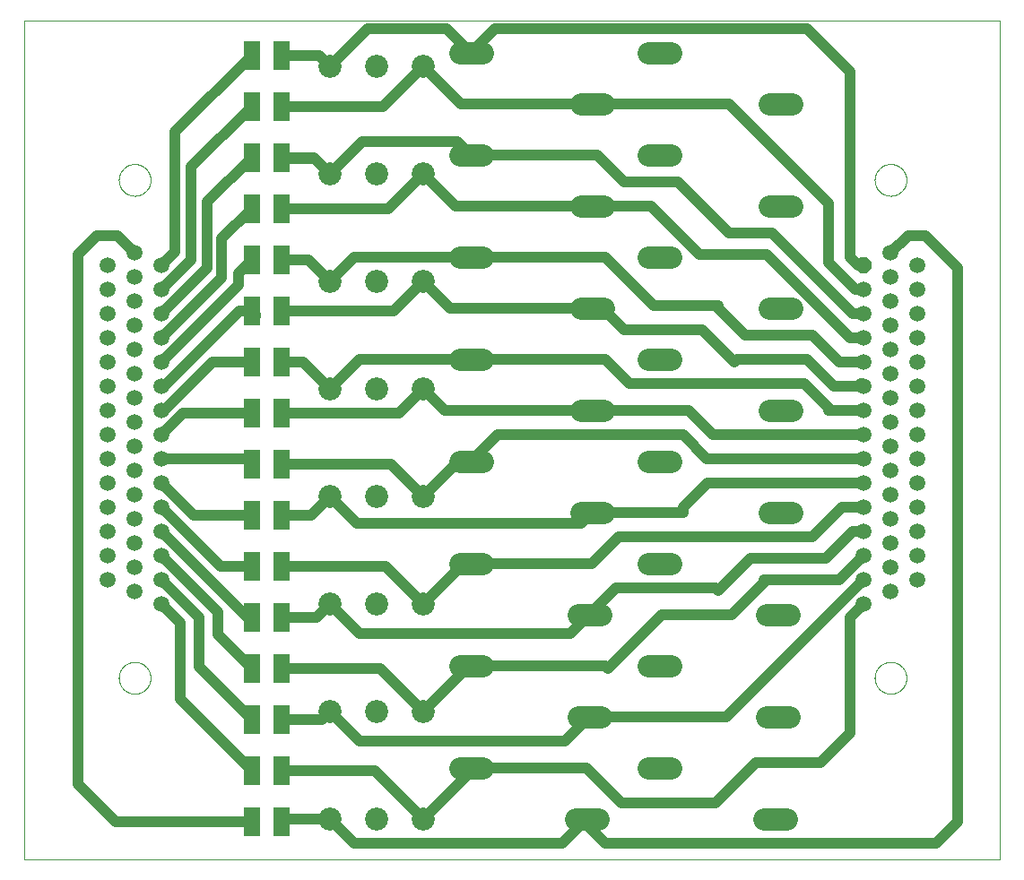
<source format=gbr>
G04 EAGLE Gerber RS-274X export*
G75*
%MOMM*%
%FSLAX34Y34*%
%LPD*%
%INTop Copper*%
%IPPOS*%
%AMOC8*
5,1,8,0,0,1.08239X$1,22.5*%
G01*
%ADD10C,0.000000*%
%ADD11C,2.095500*%
%ADD12C,2.184400*%
%ADD13C,1.509600*%
%ADD14P,1.633976X8X112.500000*%
%ADD15R,1.600000X2.700000*%
%ADD16C,1.016000*%


D10*
X10160Y0D02*
X931420Y0D01*
X931420Y792380D01*
X10160Y792380D01*
X10160Y0D01*
D11*
X599123Y762000D02*
X620078Y762000D01*
X442278Y762000D02*
X421323Y762000D01*
X713423Y327660D02*
X734378Y327660D01*
X556578Y327660D02*
X535623Y327660D01*
X599123Y279400D02*
X620078Y279400D01*
X442278Y279400D02*
X421323Y279400D01*
X710883Y231140D02*
X731838Y231140D01*
X554038Y231140D02*
X533083Y231140D01*
X599123Y182880D02*
X620078Y182880D01*
X442278Y182880D02*
X421323Y182880D01*
X710883Y134620D02*
X731838Y134620D01*
X554038Y134620D02*
X533083Y134620D01*
X599123Y86360D02*
X620078Y86360D01*
X442278Y86360D02*
X421323Y86360D01*
X708343Y38100D02*
X729298Y38100D01*
X551498Y38100D02*
X530543Y38100D01*
X713423Y713740D02*
X734378Y713740D01*
X556578Y713740D02*
X535623Y713740D01*
X599123Y665480D02*
X620078Y665480D01*
X442278Y665480D02*
X421323Y665480D01*
X713423Y617220D02*
X734378Y617220D01*
X556578Y617220D02*
X535623Y617220D01*
X599123Y568960D02*
X620078Y568960D01*
X442278Y568960D02*
X421323Y568960D01*
X713423Y520700D02*
X734378Y520700D01*
X556578Y520700D02*
X535623Y520700D01*
X599123Y472440D02*
X620078Y472440D01*
X442278Y472440D02*
X421323Y472440D01*
X713423Y424180D02*
X734378Y424180D01*
X556578Y424180D02*
X535623Y424180D01*
X599123Y375920D02*
X620078Y375920D01*
X442278Y375920D02*
X421323Y375920D01*
D12*
X298900Y749300D03*
X342900Y749300D03*
X386900Y749300D03*
X298900Y647700D03*
X342900Y647700D03*
X386900Y647700D03*
X298900Y546100D03*
X342900Y546100D03*
X386900Y546100D03*
X298900Y444500D03*
X342900Y444500D03*
X386900Y444500D03*
X386900Y342900D03*
X342900Y342900D03*
X298900Y342900D03*
X386900Y241300D03*
X342900Y241300D03*
X298900Y241300D03*
X386900Y139700D03*
X342900Y139700D03*
X298900Y139700D03*
X386900Y38100D03*
X342900Y38100D03*
X298900Y38100D03*
D13*
X114300Y572800D03*
X139700Y469930D03*
X139700Y492790D03*
X139700Y515650D03*
X139700Y538510D03*
X139700Y561370D03*
X88900Y561370D03*
X139700Y447070D03*
X139700Y424210D03*
X139700Y401350D03*
X139700Y378490D03*
X139700Y355630D03*
X139700Y332770D03*
X139700Y309910D03*
X139700Y287050D03*
X139700Y264190D03*
X139700Y241330D03*
X114300Y549940D03*
X114300Y527080D03*
X114300Y504220D03*
X114300Y481360D03*
X114300Y458500D03*
X114300Y435640D03*
X114300Y412780D03*
X114300Y389920D03*
X114300Y367060D03*
X114300Y344200D03*
X114300Y321340D03*
X114300Y298480D03*
X114300Y275620D03*
X114300Y252760D03*
X88900Y538510D03*
X88900Y515650D03*
X88900Y492790D03*
X88900Y469930D03*
X88900Y447070D03*
X88900Y424210D03*
X88900Y401350D03*
X88900Y378490D03*
X88900Y355630D03*
X88900Y332770D03*
X88900Y309910D03*
X88900Y287050D03*
X88900Y264190D03*
D10*
X99300Y641600D02*
X99305Y641968D01*
X99318Y642336D01*
X99341Y642703D01*
X99372Y643070D01*
X99413Y643436D01*
X99462Y643801D01*
X99521Y644164D01*
X99588Y644526D01*
X99664Y644887D01*
X99750Y645245D01*
X99843Y645601D01*
X99946Y645954D01*
X100057Y646305D01*
X100177Y646653D01*
X100305Y646998D01*
X100442Y647340D01*
X100587Y647679D01*
X100740Y648013D01*
X100902Y648344D01*
X101071Y648671D01*
X101249Y648993D01*
X101434Y649312D01*
X101627Y649625D01*
X101828Y649934D01*
X102036Y650237D01*
X102252Y650535D01*
X102475Y650828D01*
X102705Y651116D01*
X102942Y651398D01*
X103186Y651673D01*
X103436Y651943D01*
X103693Y652207D01*
X103957Y652464D01*
X104227Y652714D01*
X104502Y652958D01*
X104784Y653195D01*
X105072Y653425D01*
X105365Y653648D01*
X105663Y653864D01*
X105966Y654072D01*
X106275Y654273D01*
X106588Y654466D01*
X106907Y654651D01*
X107229Y654829D01*
X107556Y654998D01*
X107887Y655160D01*
X108221Y655313D01*
X108560Y655458D01*
X108902Y655595D01*
X109247Y655723D01*
X109595Y655843D01*
X109946Y655954D01*
X110299Y656057D01*
X110655Y656150D01*
X111013Y656236D01*
X111374Y656312D01*
X111736Y656379D01*
X112099Y656438D01*
X112464Y656487D01*
X112830Y656528D01*
X113197Y656559D01*
X113564Y656582D01*
X113932Y656595D01*
X114300Y656600D01*
X114668Y656595D01*
X115036Y656582D01*
X115403Y656559D01*
X115770Y656528D01*
X116136Y656487D01*
X116501Y656438D01*
X116864Y656379D01*
X117226Y656312D01*
X117587Y656236D01*
X117945Y656150D01*
X118301Y656057D01*
X118654Y655954D01*
X119005Y655843D01*
X119353Y655723D01*
X119698Y655595D01*
X120040Y655458D01*
X120379Y655313D01*
X120713Y655160D01*
X121044Y654998D01*
X121371Y654829D01*
X121693Y654651D01*
X122012Y654466D01*
X122325Y654273D01*
X122634Y654072D01*
X122937Y653864D01*
X123235Y653648D01*
X123528Y653425D01*
X123816Y653195D01*
X124098Y652958D01*
X124373Y652714D01*
X124643Y652464D01*
X124907Y652207D01*
X125164Y651943D01*
X125414Y651673D01*
X125658Y651398D01*
X125895Y651116D01*
X126125Y650828D01*
X126348Y650535D01*
X126564Y650237D01*
X126772Y649934D01*
X126973Y649625D01*
X127166Y649312D01*
X127351Y648993D01*
X127529Y648671D01*
X127698Y648344D01*
X127860Y648013D01*
X128013Y647679D01*
X128158Y647340D01*
X128295Y646998D01*
X128423Y646653D01*
X128543Y646305D01*
X128654Y645954D01*
X128757Y645601D01*
X128850Y645245D01*
X128936Y644887D01*
X129012Y644526D01*
X129079Y644164D01*
X129138Y643801D01*
X129187Y643436D01*
X129228Y643070D01*
X129259Y642703D01*
X129282Y642336D01*
X129295Y641968D01*
X129300Y641600D01*
X129295Y641232D01*
X129282Y640864D01*
X129259Y640497D01*
X129228Y640130D01*
X129187Y639764D01*
X129138Y639399D01*
X129079Y639036D01*
X129012Y638674D01*
X128936Y638313D01*
X128850Y637955D01*
X128757Y637599D01*
X128654Y637246D01*
X128543Y636895D01*
X128423Y636547D01*
X128295Y636202D01*
X128158Y635860D01*
X128013Y635521D01*
X127860Y635187D01*
X127698Y634856D01*
X127529Y634529D01*
X127351Y634207D01*
X127166Y633888D01*
X126973Y633575D01*
X126772Y633266D01*
X126564Y632963D01*
X126348Y632665D01*
X126125Y632372D01*
X125895Y632084D01*
X125658Y631802D01*
X125414Y631527D01*
X125164Y631257D01*
X124907Y630993D01*
X124643Y630736D01*
X124373Y630486D01*
X124098Y630242D01*
X123816Y630005D01*
X123528Y629775D01*
X123235Y629552D01*
X122937Y629336D01*
X122634Y629128D01*
X122325Y628927D01*
X122012Y628734D01*
X121693Y628549D01*
X121371Y628371D01*
X121044Y628202D01*
X120713Y628040D01*
X120379Y627887D01*
X120040Y627742D01*
X119698Y627605D01*
X119353Y627477D01*
X119005Y627357D01*
X118654Y627246D01*
X118301Y627143D01*
X117945Y627050D01*
X117587Y626964D01*
X117226Y626888D01*
X116864Y626821D01*
X116501Y626762D01*
X116136Y626713D01*
X115770Y626672D01*
X115403Y626641D01*
X115036Y626618D01*
X114668Y626605D01*
X114300Y626600D01*
X113932Y626605D01*
X113564Y626618D01*
X113197Y626641D01*
X112830Y626672D01*
X112464Y626713D01*
X112099Y626762D01*
X111736Y626821D01*
X111374Y626888D01*
X111013Y626964D01*
X110655Y627050D01*
X110299Y627143D01*
X109946Y627246D01*
X109595Y627357D01*
X109247Y627477D01*
X108902Y627605D01*
X108560Y627742D01*
X108221Y627887D01*
X107887Y628040D01*
X107556Y628202D01*
X107229Y628371D01*
X106907Y628549D01*
X106588Y628734D01*
X106275Y628927D01*
X105966Y629128D01*
X105663Y629336D01*
X105365Y629552D01*
X105072Y629775D01*
X104784Y630005D01*
X104502Y630242D01*
X104227Y630486D01*
X103957Y630736D01*
X103693Y630993D01*
X103436Y631257D01*
X103186Y631527D01*
X102942Y631802D01*
X102705Y632084D01*
X102475Y632372D01*
X102252Y632665D01*
X102036Y632963D01*
X101828Y633266D01*
X101627Y633575D01*
X101434Y633888D01*
X101249Y634207D01*
X101071Y634529D01*
X100902Y634856D01*
X100740Y635187D01*
X100587Y635521D01*
X100442Y635860D01*
X100305Y636202D01*
X100177Y636547D01*
X100057Y636895D01*
X99946Y637246D01*
X99843Y637599D01*
X99750Y637955D01*
X99664Y638313D01*
X99588Y638674D01*
X99521Y639036D01*
X99462Y639399D01*
X99413Y639764D01*
X99372Y640130D01*
X99341Y640497D01*
X99318Y640864D01*
X99305Y641232D01*
X99300Y641600D01*
X99300Y171200D02*
X99305Y171568D01*
X99318Y171936D01*
X99341Y172303D01*
X99372Y172670D01*
X99413Y173036D01*
X99462Y173401D01*
X99521Y173764D01*
X99588Y174126D01*
X99664Y174487D01*
X99750Y174845D01*
X99843Y175201D01*
X99946Y175554D01*
X100057Y175905D01*
X100177Y176253D01*
X100305Y176598D01*
X100442Y176940D01*
X100587Y177279D01*
X100740Y177613D01*
X100902Y177944D01*
X101071Y178271D01*
X101249Y178593D01*
X101434Y178912D01*
X101627Y179225D01*
X101828Y179534D01*
X102036Y179837D01*
X102252Y180135D01*
X102475Y180428D01*
X102705Y180716D01*
X102942Y180998D01*
X103186Y181273D01*
X103436Y181543D01*
X103693Y181807D01*
X103957Y182064D01*
X104227Y182314D01*
X104502Y182558D01*
X104784Y182795D01*
X105072Y183025D01*
X105365Y183248D01*
X105663Y183464D01*
X105966Y183672D01*
X106275Y183873D01*
X106588Y184066D01*
X106907Y184251D01*
X107229Y184429D01*
X107556Y184598D01*
X107887Y184760D01*
X108221Y184913D01*
X108560Y185058D01*
X108902Y185195D01*
X109247Y185323D01*
X109595Y185443D01*
X109946Y185554D01*
X110299Y185657D01*
X110655Y185750D01*
X111013Y185836D01*
X111374Y185912D01*
X111736Y185979D01*
X112099Y186038D01*
X112464Y186087D01*
X112830Y186128D01*
X113197Y186159D01*
X113564Y186182D01*
X113932Y186195D01*
X114300Y186200D01*
X114668Y186195D01*
X115036Y186182D01*
X115403Y186159D01*
X115770Y186128D01*
X116136Y186087D01*
X116501Y186038D01*
X116864Y185979D01*
X117226Y185912D01*
X117587Y185836D01*
X117945Y185750D01*
X118301Y185657D01*
X118654Y185554D01*
X119005Y185443D01*
X119353Y185323D01*
X119698Y185195D01*
X120040Y185058D01*
X120379Y184913D01*
X120713Y184760D01*
X121044Y184598D01*
X121371Y184429D01*
X121693Y184251D01*
X122012Y184066D01*
X122325Y183873D01*
X122634Y183672D01*
X122937Y183464D01*
X123235Y183248D01*
X123528Y183025D01*
X123816Y182795D01*
X124098Y182558D01*
X124373Y182314D01*
X124643Y182064D01*
X124907Y181807D01*
X125164Y181543D01*
X125414Y181273D01*
X125658Y180998D01*
X125895Y180716D01*
X126125Y180428D01*
X126348Y180135D01*
X126564Y179837D01*
X126772Y179534D01*
X126973Y179225D01*
X127166Y178912D01*
X127351Y178593D01*
X127529Y178271D01*
X127698Y177944D01*
X127860Y177613D01*
X128013Y177279D01*
X128158Y176940D01*
X128295Y176598D01*
X128423Y176253D01*
X128543Y175905D01*
X128654Y175554D01*
X128757Y175201D01*
X128850Y174845D01*
X128936Y174487D01*
X129012Y174126D01*
X129079Y173764D01*
X129138Y173401D01*
X129187Y173036D01*
X129228Y172670D01*
X129259Y172303D01*
X129282Y171936D01*
X129295Y171568D01*
X129300Y171200D01*
X129295Y170832D01*
X129282Y170464D01*
X129259Y170097D01*
X129228Y169730D01*
X129187Y169364D01*
X129138Y168999D01*
X129079Y168636D01*
X129012Y168274D01*
X128936Y167913D01*
X128850Y167555D01*
X128757Y167199D01*
X128654Y166846D01*
X128543Y166495D01*
X128423Y166147D01*
X128295Y165802D01*
X128158Y165460D01*
X128013Y165121D01*
X127860Y164787D01*
X127698Y164456D01*
X127529Y164129D01*
X127351Y163807D01*
X127166Y163488D01*
X126973Y163175D01*
X126772Y162866D01*
X126564Y162563D01*
X126348Y162265D01*
X126125Y161972D01*
X125895Y161684D01*
X125658Y161402D01*
X125414Y161127D01*
X125164Y160857D01*
X124907Y160593D01*
X124643Y160336D01*
X124373Y160086D01*
X124098Y159842D01*
X123816Y159605D01*
X123528Y159375D01*
X123235Y159152D01*
X122937Y158936D01*
X122634Y158728D01*
X122325Y158527D01*
X122012Y158334D01*
X121693Y158149D01*
X121371Y157971D01*
X121044Y157802D01*
X120713Y157640D01*
X120379Y157487D01*
X120040Y157342D01*
X119698Y157205D01*
X119353Y157077D01*
X119005Y156957D01*
X118654Y156846D01*
X118301Y156743D01*
X117945Y156650D01*
X117587Y156564D01*
X117226Y156488D01*
X116864Y156421D01*
X116501Y156362D01*
X116136Y156313D01*
X115770Y156272D01*
X115403Y156241D01*
X115036Y156218D01*
X114668Y156205D01*
X114300Y156200D01*
X113932Y156205D01*
X113564Y156218D01*
X113197Y156241D01*
X112830Y156272D01*
X112464Y156313D01*
X112099Y156362D01*
X111736Y156421D01*
X111374Y156488D01*
X111013Y156564D01*
X110655Y156650D01*
X110299Y156743D01*
X109946Y156846D01*
X109595Y156957D01*
X109247Y157077D01*
X108902Y157205D01*
X108560Y157342D01*
X108221Y157487D01*
X107887Y157640D01*
X107556Y157802D01*
X107229Y157971D01*
X106907Y158149D01*
X106588Y158334D01*
X106275Y158527D01*
X105966Y158728D01*
X105663Y158936D01*
X105365Y159152D01*
X105072Y159375D01*
X104784Y159605D01*
X104502Y159842D01*
X104227Y160086D01*
X103957Y160336D01*
X103693Y160593D01*
X103436Y160857D01*
X103186Y161127D01*
X102942Y161402D01*
X102705Y161684D01*
X102475Y161972D01*
X102252Y162265D01*
X102036Y162563D01*
X101828Y162866D01*
X101627Y163175D01*
X101434Y163488D01*
X101249Y163807D01*
X101071Y164129D01*
X100902Y164456D01*
X100740Y164787D01*
X100587Y165121D01*
X100442Y165460D01*
X100305Y165802D01*
X100177Y166147D01*
X100057Y166495D01*
X99946Y166846D01*
X99843Y167199D01*
X99750Y167555D01*
X99664Y167913D01*
X99588Y168274D01*
X99521Y168636D01*
X99462Y168999D01*
X99413Y169364D01*
X99372Y169730D01*
X99341Y170097D01*
X99318Y170464D01*
X99305Y170832D01*
X99300Y171200D01*
D13*
X828040Y572800D03*
X802640Y469930D03*
X802640Y492790D03*
X802640Y515650D03*
X802640Y538510D03*
D14*
X802640Y561370D03*
D13*
X853440Y561370D03*
X802640Y447070D03*
X802640Y424210D03*
X802640Y401350D03*
X802640Y378490D03*
X802640Y355630D03*
X802640Y332770D03*
X802640Y309910D03*
X802640Y287050D03*
X802640Y264190D03*
X802640Y241330D03*
X828040Y549940D03*
X828040Y527080D03*
X828040Y504220D03*
X828040Y481360D03*
X828040Y458500D03*
X828040Y435640D03*
X828040Y412780D03*
X828040Y389920D03*
X828040Y367060D03*
X828040Y344200D03*
X828040Y321340D03*
X828040Y298480D03*
X828040Y275620D03*
X828040Y252760D03*
X853440Y538510D03*
X853440Y515650D03*
X853440Y492790D03*
X853440Y469930D03*
X853440Y447070D03*
X853440Y424210D03*
X853440Y401350D03*
X853440Y378490D03*
X853440Y355630D03*
X853440Y332770D03*
X853440Y309910D03*
X853440Y287050D03*
X853440Y264190D03*
D10*
X813040Y171200D02*
X813045Y171568D01*
X813058Y171936D01*
X813081Y172303D01*
X813112Y172670D01*
X813153Y173036D01*
X813202Y173401D01*
X813261Y173764D01*
X813328Y174126D01*
X813404Y174487D01*
X813490Y174845D01*
X813583Y175201D01*
X813686Y175554D01*
X813797Y175905D01*
X813917Y176253D01*
X814045Y176598D01*
X814182Y176940D01*
X814327Y177279D01*
X814480Y177613D01*
X814642Y177944D01*
X814811Y178271D01*
X814989Y178593D01*
X815174Y178912D01*
X815367Y179225D01*
X815568Y179534D01*
X815776Y179837D01*
X815992Y180135D01*
X816215Y180428D01*
X816445Y180716D01*
X816682Y180998D01*
X816926Y181273D01*
X817176Y181543D01*
X817433Y181807D01*
X817697Y182064D01*
X817967Y182314D01*
X818242Y182558D01*
X818524Y182795D01*
X818812Y183025D01*
X819105Y183248D01*
X819403Y183464D01*
X819706Y183672D01*
X820015Y183873D01*
X820328Y184066D01*
X820647Y184251D01*
X820969Y184429D01*
X821296Y184598D01*
X821627Y184760D01*
X821961Y184913D01*
X822300Y185058D01*
X822642Y185195D01*
X822987Y185323D01*
X823335Y185443D01*
X823686Y185554D01*
X824039Y185657D01*
X824395Y185750D01*
X824753Y185836D01*
X825114Y185912D01*
X825476Y185979D01*
X825839Y186038D01*
X826204Y186087D01*
X826570Y186128D01*
X826937Y186159D01*
X827304Y186182D01*
X827672Y186195D01*
X828040Y186200D01*
X828408Y186195D01*
X828776Y186182D01*
X829143Y186159D01*
X829510Y186128D01*
X829876Y186087D01*
X830241Y186038D01*
X830604Y185979D01*
X830966Y185912D01*
X831327Y185836D01*
X831685Y185750D01*
X832041Y185657D01*
X832394Y185554D01*
X832745Y185443D01*
X833093Y185323D01*
X833438Y185195D01*
X833780Y185058D01*
X834119Y184913D01*
X834453Y184760D01*
X834784Y184598D01*
X835111Y184429D01*
X835433Y184251D01*
X835752Y184066D01*
X836065Y183873D01*
X836374Y183672D01*
X836677Y183464D01*
X836975Y183248D01*
X837268Y183025D01*
X837556Y182795D01*
X837838Y182558D01*
X838113Y182314D01*
X838383Y182064D01*
X838647Y181807D01*
X838904Y181543D01*
X839154Y181273D01*
X839398Y180998D01*
X839635Y180716D01*
X839865Y180428D01*
X840088Y180135D01*
X840304Y179837D01*
X840512Y179534D01*
X840713Y179225D01*
X840906Y178912D01*
X841091Y178593D01*
X841269Y178271D01*
X841438Y177944D01*
X841600Y177613D01*
X841753Y177279D01*
X841898Y176940D01*
X842035Y176598D01*
X842163Y176253D01*
X842283Y175905D01*
X842394Y175554D01*
X842497Y175201D01*
X842590Y174845D01*
X842676Y174487D01*
X842752Y174126D01*
X842819Y173764D01*
X842878Y173401D01*
X842927Y173036D01*
X842968Y172670D01*
X842999Y172303D01*
X843022Y171936D01*
X843035Y171568D01*
X843040Y171200D01*
X843035Y170832D01*
X843022Y170464D01*
X842999Y170097D01*
X842968Y169730D01*
X842927Y169364D01*
X842878Y168999D01*
X842819Y168636D01*
X842752Y168274D01*
X842676Y167913D01*
X842590Y167555D01*
X842497Y167199D01*
X842394Y166846D01*
X842283Y166495D01*
X842163Y166147D01*
X842035Y165802D01*
X841898Y165460D01*
X841753Y165121D01*
X841600Y164787D01*
X841438Y164456D01*
X841269Y164129D01*
X841091Y163807D01*
X840906Y163488D01*
X840713Y163175D01*
X840512Y162866D01*
X840304Y162563D01*
X840088Y162265D01*
X839865Y161972D01*
X839635Y161684D01*
X839398Y161402D01*
X839154Y161127D01*
X838904Y160857D01*
X838647Y160593D01*
X838383Y160336D01*
X838113Y160086D01*
X837838Y159842D01*
X837556Y159605D01*
X837268Y159375D01*
X836975Y159152D01*
X836677Y158936D01*
X836374Y158728D01*
X836065Y158527D01*
X835752Y158334D01*
X835433Y158149D01*
X835111Y157971D01*
X834784Y157802D01*
X834453Y157640D01*
X834119Y157487D01*
X833780Y157342D01*
X833438Y157205D01*
X833093Y157077D01*
X832745Y156957D01*
X832394Y156846D01*
X832041Y156743D01*
X831685Y156650D01*
X831327Y156564D01*
X830966Y156488D01*
X830604Y156421D01*
X830241Y156362D01*
X829876Y156313D01*
X829510Y156272D01*
X829143Y156241D01*
X828776Y156218D01*
X828408Y156205D01*
X828040Y156200D01*
X827672Y156205D01*
X827304Y156218D01*
X826937Y156241D01*
X826570Y156272D01*
X826204Y156313D01*
X825839Y156362D01*
X825476Y156421D01*
X825114Y156488D01*
X824753Y156564D01*
X824395Y156650D01*
X824039Y156743D01*
X823686Y156846D01*
X823335Y156957D01*
X822987Y157077D01*
X822642Y157205D01*
X822300Y157342D01*
X821961Y157487D01*
X821627Y157640D01*
X821296Y157802D01*
X820969Y157971D01*
X820647Y158149D01*
X820328Y158334D01*
X820015Y158527D01*
X819706Y158728D01*
X819403Y158936D01*
X819105Y159152D01*
X818812Y159375D01*
X818524Y159605D01*
X818242Y159842D01*
X817967Y160086D01*
X817697Y160336D01*
X817433Y160593D01*
X817176Y160857D01*
X816926Y161127D01*
X816682Y161402D01*
X816445Y161684D01*
X816215Y161972D01*
X815992Y162265D01*
X815776Y162563D01*
X815568Y162866D01*
X815367Y163175D01*
X815174Y163488D01*
X814989Y163807D01*
X814811Y164129D01*
X814642Y164456D01*
X814480Y164787D01*
X814327Y165121D01*
X814182Y165460D01*
X814045Y165802D01*
X813917Y166147D01*
X813797Y166495D01*
X813686Y166846D01*
X813583Y167199D01*
X813490Y167555D01*
X813404Y167913D01*
X813328Y168274D01*
X813261Y168636D01*
X813202Y168999D01*
X813153Y169364D01*
X813112Y169730D01*
X813081Y170097D01*
X813058Y170464D01*
X813045Y170832D01*
X813040Y171200D01*
X813040Y641600D02*
X813045Y641968D01*
X813058Y642336D01*
X813081Y642703D01*
X813112Y643070D01*
X813153Y643436D01*
X813202Y643801D01*
X813261Y644164D01*
X813328Y644526D01*
X813404Y644887D01*
X813490Y645245D01*
X813583Y645601D01*
X813686Y645954D01*
X813797Y646305D01*
X813917Y646653D01*
X814045Y646998D01*
X814182Y647340D01*
X814327Y647679D01*
X814480Y648013D01*
X814642Y648344D01*
X814811Y648671D01*
X814989Y648993D01*
X815174Y649312D01*
X815367Y649625D01*
X815568Y649934D01*
X815776Y650237D01*
X815992Y650535D01*
X816215Y650828D01*
X816445Y651116D01*
X816682Y651398D01*
X816926Y651673D01*
X817176Y651943D01*
X817433Y652207D01*
X817697Y652464D01*
X817967Y652714D01*
X818242Y652958D01*
X818524Y653195D01*
X818812Y653425D01*
X819105Y653648D01*
X819403Y653864D01*
X819706Y654072D01*
X820015Y654273D01*
X820328Y654466D01*
X820647Y654651D01*
X820969Y654829D01*
X821296Y654998D01*
X821627Y655160D01*
X821961Y655313D01*
X822300Y655458D01*
X822642Y655595D01*
X822987Y655723D01*
X823335Y655843D01*
X823686Y655954D01*
X824039Y656057D01*
X824395Y656150D01*
X824753Y656236D01*
X825114Y656312D01*
X825476Y656379D01*
X825839Y656438D01*
X826204Y656487D01*
X826570Y656528D01*
X826937Y656559D01*
X827304Y656582D01*
X827672Y656595D01*
X828040Y656600D01*
X828408Y656595D01*
X828776Y656582D01*
X829143Y656559D01*
X829510Y656528D01*
X829876Y656487D01*
X830241Y656438D01*
X830604Y656379D01*
X830966Y656312D01*
X831327Y656236D01*
X831685Y656150D01*
X832041Y656057D01*
X832394Y655954D01*
X832745Y655843D01*
X833093Y655723D01*
X833438Y655595D01*
X833780Y655458D01*
X834119Y655313D01*
X834453Y655160D01*
X834784Y654998D01*
X835111Y654829D01*
X835433Y654651D01*
X835752Y654466D01*
X836065Y654273D01*
X836374Y654072D01*
X836677Y653864D01*
X836975Y653648D01*
X837268Y653425D01*
X837556Y653195D01*
X837838Y652958D01*
X838113Y652714D01*
X838383Y652464D01*
X838647Y652207D01*
X838904Y651943D01*
X839154Y651673D01*
X839398Y651398D01*
X839635Y651116D01*
X839865Y650828D01*
X840088Y650535D01*
X840304Y650237D01*
X840512Y649934D01*
X840713Y649625D01*
X840906Y649312D01*
X841091Y648993D01*
X841269Y648671D01*
X841438Y648344D01*
X841600Y648013D01*
X841753Y647679D01*
X841898Y647340D01*
X842035Y646998D01*
X842163Y646653D01*
X842283Y646305D01*
X842394Y645954D01*
X842497Y645601D01*
X842590Y645245D01*
X842676Y644887D01*
X842752Y644526D01*
X842819Y644164D01*
X842878Y643801D01*
X842927Y643436D01*
X842968Y643070D01*
X842999Y642703D01*
X843022Y642336D01*
X843035Y641968D01*
X843040Y641600D01*
X843035Y641232D01*
X843022Y640864D01*
X842999Y640497D01*
X842968Y640130D01*
X842927Y639764D01*
X842878Y639399D01*
X842819Y639036D01*
X842752Y638674D01*
X842676Y638313D01*
X842590Y637955D01*
X842497Y637599D01*
X842394Y637246D01*
X842283Y636895D01*
X842163Y636547D01*
X842035Y636202D01*
X841898Y635860D01*
X841753Y635521D01*
X841600Y635187D01*
X841438Y634856D01*
X841269Y634529D01*
X841091Y634207D01*
X840906Y633888D01*
X840713Y633575D01*
X840512Y633266D01*
X840304Y632963D01*
X840088Y632665D01*
X839865Y632372D01*
X839635Y632084D01*
X839398Y631802D01*
X839154Y631527D01*
X838904Y631257D01*
X838647Y630993D01*
X838383Y630736D01*
X838113Y630486D01*
X837838Y630242D01*
X837556Y630005D01*
X837268Y629775D01*
X836975Y629552D01*
X836677Y629336D01*
X836374Y629128D01*
X836065Y628927D01*
X835752Y628734D01*
X835433Y628549D01*
X835111Y628371D01*
X834784Y628202D01*
X834453Y628040D01*
X834119Y627887D01*
X833780Y627742D01*
X833438Y627605D01*
X833093Y627477D01*
X832745Y627357D01*
X832394Y627246D01*
X832041Y627143D01*
X831685Y627050D01*
X831327Y626964D01*
X830966Y626888D01*
X830604Y626821D01*
X830241Y626762D01*
X829876Y626713D01*
X829510Y626672D01*
X829143Y626641D01*
X828776Y626618D01*
X828408Y626605D01*
X828040Y626600D01*
X827672Y626605D01*
X827304Y626618D01*
X826937Y626641D01*
X826570Y626672D01*
X826204Y626713D01*
X825839Y626762D01*
X825476Y626821D01*
X825114Y626888D01*
X824753Y626964D01*
X824395Y627050D01*
X824039Y627143D01*
X823686Y627246D01*
X823335Y627357D01*
X822987Y627477D01*
X822642Y627605D01*
X822300Y627742D01*
X821961Y627887D01*
X821627Y628040D01*
X821296Y628202D01*
X820969Y628371D01*
X820647Y628549D01*
X820328Y628734D01*
X820015Y628927D01*
X819706Y629128D01*
X819403Y629336D01*
X819105Y629552D01*
X818812Y629775D01*
X818524Y630005D01*
X818242Y630242D01*
X817967Y630486D01*
X817697Y630736D01*
X817433Y630993D01*
X817176Y631257D01*
X816926Y631527D01*
X816682Y631802D01*
X816445Y632084D01*
X816215Y632372D01*
X815992Y632665D01*
X815776Y632963D01*
X815568Y633266D01*
X815367Y633575D01*
X815174Y633888D01*
X814989Y634207D01*
X814811Y634529D01*
X814642Y634856D01*
X814480Y635187D01*
X814327Y635521D01*
X814182Y635860D01*
X814045Y636202D01*
X813917Y636547D01*
X813797Y636895D01*
X813686Y637246D01*
X813583Y637599D01*
X813490Y637955D01*
X813404Y638313D01*
X813328Y638674D01*
X813261Y639036D01*
X813202Y639399D01*
X813153Y639764D01*
X813112Y640130D01*
X813081Y640497D01*
X813058Y640864D01*
X813045Y641232D01*
X813040Y641600D01*
D15*
X224760Y759460D03*
X252760Y759460D03*
X224760Y711200D03*
X252760Y711200D03*
X224760Y662940D03*
X252760Y662940D03*
X224760Y614680D03*
X252760Y614680D03*
X224760Y566420D03*
X252760Y566420D03*
X224760Y518160D03*
X252760Y518160D03*
X224760Y469900D03*
X252760Y469900D03*
X224760Y421640D03*
X252760Y421640D03*
X224760Y373380D03*
X252760Y373380D03*
X224760Y325120D03*
X252760Y325120D03*
X224760Y276860D03*
X252760Y276860D03*
X224760Y228600D03*
X252760Y228600D03*
X224760Y180340D03*
X252760Y180340D03*
X224760Y132080D03*
X252760Y132080D03*
X224760Y83820D03*
X252760Y83820D03*
X224760Y35560D03*
X252760Y35560D03*
D16*
X298900Y749300D02*
X334360Y784760D01*
X409040Y784760D02*
X431800Y762000D01*
X409040Y784760D02*
X334360Y784760D01*
X431800Y762000D02*
X454560Y784760D01*
X749300Y784760D01*
X789940Y744120D01*
X789940Y568960D01*
X797530Y561370D01*
X802640Y561370D01*
X288740Y759460D02*
X252760Y759460D01*
X288740Y759460D02*
X298900Y749300D01*
X348800Y711200D02*
X386900Y749300D01*
X348800Y711200D02*
X256540Y711200D01*
X386900Y749300D02*
X422460Y713740D01*
X546100Y713740D01*
X675640Y713740D01*
X769620Y619760D02*
X769620Y563880D01*
X794990Y538510D01*
X802640Y538510D01*
X769620Y619760D02*
X675640Y713740D01*
X284450Y662150D02*
X253180Y662150D01*
X284450Y662150D02*
X298900Y647700D01*
X329380Y678180D01*
X419100Y678180D02*
X431800Y665480D01*
X419100Y678180D02*
X329380Y678180D01*
X431800Y665480D02*
X551180Y665480D01*
X576580Y640080D01*
X627380Y640080D01*
X675640Y591820D01*
X792450Y515650D02*
X802640Y515650D01*
X792450Y515650D02*
X716280Y591820D01*
X675640Y591820D01*
X283660Y662940D02*
X252760Y662940D01*
X283660Y662940D02*
X298900Y647700D01*
X386900Y647700D02*
X417380Y617220D01*
X546100Y617220D01*
X789910Y492790D02*
X802640Y492790D01*
X789910Y492790D02*
X711200Y571500D01*
X647700Y571500D02*
X601980Y617220D01*
X546100Y617220D01*
X647700Y571500D02*
X711200Y571500D01*
X353880Y614680D02*
X252760Y614680D01*
X353880Y614680D02*
X386900Y647700D01*
X278580Y566420D02*
X253970Y566420D01*
X298900Y546100D02*
X321760Y568960D01*
X431800Y568960D01*
X558800Y568960D01*
X604520Y523240D01*
X665480Y523240D01*
X802610Y469900D02*
X802640Y469930D01*
X779750Y469930D01*
X754380Y495300D01*
X690880Y495300D01*
X665480Y520700D01*
X665480Y523240D01*
X253970Y566420D02*
X252760Y566420D01*
X278580Y566420D02*
X298900Y546100D01*
X386900Y546100D02*
X412300Y520700D01*
X546100Y520700D01*
X556260Y520700D01*
X576580Y500380D02*
X650240Y500380D01*
X800130Y449580D02*
X802640Y447070D01*
X576580Y500380D02*
X556260Y520700D01*
X782350Y447070D02*
X802640Y447070D01*
X782350Y447070D02*
X782320Y447040D01*
X774700Y447040D01*
X749300Y472440D01*
X683260Y472440D01*
X680720Y469900D01*
X650240Y500380D01*
X358960Y518160D02*
X252760Y518160D01*
X358960Y518160D02*
X386900Y546100D01*
X326840Y472440D02*
X298900Y444500D01*
X326840Y472440D02*
X431800Y472440D01*
X558800Y472440D01*
X581660Y449580D01*
X746760Y449580D01*
X769620Y426720D01*
X769620Y424180D01*
X802610Y424180D01*
X802640Y424210D01*
X273500Y469900D02*
X252760Y469900D01*
X273500Y469900D02*
X298900Y444500D01*
X386900Y444500D02*
X407220Y424180D01*
X546100Y424180D01*
X637540Y424180D01*
X660430Y401350D02*
X802640Y401350D01*
X660430Y401350D02*
X660400Y401320D01*
X637540Y424180D01*
X364040Y421640D02*
X252760Y421640D01*
X364040Y421640D02*
X386900Y444500D01*
X419920Y375920D02*
X386900Y342900D01*
X654391Y378490D02*
X802640Y378490D01*
X654391Y378490D02*
X632011Y400871D01*
X456751Y400871D01*
X431800Y375920D02*
X419920Y375920D01*
X431800Y375920D02*
X456751Y400871D01*
X356420Y373380D02*
X252760Y373380D01*
X356420Y373380D02*
X386900Y342900D01*
X324300Y317500D02*
X298900Y342900D01*
X535940Y317500D02*
X546100Y327660D01*
X535940Y317500D02*
X324300Y317500D01*
X655350Y355630D02*
X802640Y355630D01*
X632460Y332740D02*
X632460Y327660D01*
X546100Y327660D01*
X632460Y332740D02*
X655350Y355630D01*
X298900Y342900D02*
X281120Y325120D01*
X252760Y325120D01*
X386900Y241300D02*
X425000Y279400D01*
X431800Y279400D01*
X546100Y279400D01*
X782350Y332770D02*
X802640Y332770D01*
X571500Y304800D02*
X546100Y279400D01*
X571500Y304800D02*
X754380Y304800D01*
X782350Y332770D01*
X386900Y241300D02*
X351340Y276860D01*
X252760Y276860D01*
X298900Y241300D02*
X326840Y213360D01*
X525780Y213360D02*
X543560Y231140D01*
X525780Y213360D02*
X326840Y213360D01*
X543560Y231140D02*
X568960Y256540D01*
X792510Y309910D02*
X802640Y309910D01*
X662940Y256540D02*
X568960Y256540D01*
X662940Y256540D02*
X665480Y254000D01*
X695960Y284480D02*
X767080Y284480D01*
X695960Y284480D02*
X665480Y254000D01*
X767080Y284480D02*
X792510Y309910D01*
X286200Y228600D02*
X252760Y228600D01*
X286200Y228600D02*
X298900Y241300D01*
X346260Y180340D02*
X386900Y139700D01*
X274320Y180340D02*
X254030Y180340D01*
X274320Y180340D02*
X346260Y180340D01*
X386900Y139700D02*
X430080Y182880D01*
X431800Y182880D01*
X558800Y182880D01*
X561340Y180340D01*
X612140Y231140D02*
X678180Y231140D01*
X612140Y231140D02*
X561340Y180340D01*
X678180Y231140D02*
X708660Y261620D01*
X708660Y264160D01*
X779780Y264160D01*
X802640Y287020D01*
X802640Y287050D01*
X254030Y180340D02*
X252760Y180340D01*
X298900Y143090D02*
X298900Y139700D01*
X326840Y111760D01*
X520700Y111760D02*
X543560Y134620D01*
X520700Y111760D02*
X326840Y111760D01*
X673070Y134620D02*
X802640Y264190D01*
X673070Y134620D02*
X543560Y134620D01*
X291280Y132080D02*
X252760Y132080D01*
X291280Y132080D02*
X298900Y139700D01*
X341180Y83820D02*
X386900Y38100D01*
X431800Y83000D01*
X431800Y86360D01*
X541020Y86360D01*
X574040Y53340D01*
X662940Y53340D01*
X701040Y91440D01*
X789940Y228630D02*
X802640Y241330D01*
X789940Y228630D02*
X789940Y119380D01*
X762000Y91440D01*
X701040Y91440D01*
X341180Y83820D02*
X266700Y83820D01*
X252760Y83820D02*
X251460Y83820D01*
X252760Y83820D02*
X266700Y83820D01*
X298900Y38100D02*
X321760Y15240D01*
X518160Y15240D01*
X541020Y38100D01*
X828040Y572800D02*
X844520Y589280D01*
X861060Y589280D01*
X891540Y558800D01*
X891540Y35560D01*
X871220Y15240D01*
X558800Y15240D01*
X541020Y33020D01*
X541020Y38100D01*
X298900Y38100D02*
X296360Y35560D01*
X298900Y38100D02*
X255300Y38100D01*
X252760Y35560D01*
X139700Y561370D02*
X152400Y574070D01*
X152400Y687100D02*
X224760Y759460D01*
X152400Y687100D02*
X152400Y574070D01*
X167640Y566450D02*
X139700Y538510D01*
X167640Y654080D02*
X224760Y711200D01*
X167640Y654080D02*
X167640Y566450D01*
X182880Y558830D02*
X139700Y515650D01*
X182880Y621060D02*
X224760Y662940D01*
X182880Y621060D02*
X182880Y558830D01*
X196088Y549178D02*
X139700Y492790D01*
X196088Y586008D02*
X224760Y614680D01*
X196088Y586008D02*
X196088Y549178D01*
X212075Y542305D02*
X139700Y469930D01*
X212075Y553735D02*
X224760Y566420D01*
X212075Y553735D02*
X212075Y542305D01*
X142270Y447070D02*
X139700Y447070D01*
X142270Y447070D02*
X213360Y518160D01*
X223520Y518160D01*
X228600Y513080D01*
X228600Y514320D01*
X224760Y518160D01*
X142270Y424210D02*
X139700Y424210D01*
X142270Y424210D02*
X187960Y469900D01*
X220980Y469900D01*
X226060Y464820D01*
X226060Y468600D01*
X224760Y469900D01*
X159990Y421640D02*
X139700Y401350D01*
X159990Y421640D02*
X224760Y421640D01*
X226030Y378490D02*
X139700Y378490D01*
X226030Y378490D02*
X226060Y378460D01*
X226060Y374680D01*
X224760Y373380D01*
X170210Y325120D02*
X139700Y355630D01*
X170210Y325120D02*
X224760Y325120D01*
X195610Y276860D02*
X139700Y332770D01*
X195610Y276860D02*
X224760Y276860D01*
X221010Y228600D02*
X139700Y309910D01*
X221010Y228600D02*
X224760Y228600D01*
X193040Y233710D02*
X139700Y287050D01*
X193040Y212060D02*
X224760Y180340D01*
X193040Y212060D02*
X193040Y233710D01*
X175260Y228630D02*
X139700Y264190D01*
X175260Y181580D02*
X224760Y132080D01*
X175260Y181580D02*
X175260Y228630D01*
X114300Y572800D02*
X97820Y589280D01*
X78740Y589280D01*
X60960Y571500D01*
X60960Y71120D01*
X96520Y35560D02*
X224760Y35560D01*
X96520Y35560D02*
X60960Y71120D01*
X157480Y223550D02*
X139700Y241330D01*
X157480Y151100D02*
X224760Y83820D01*
X157480Y151100D02*
X157480Y223550D01*
M02*

</source>
